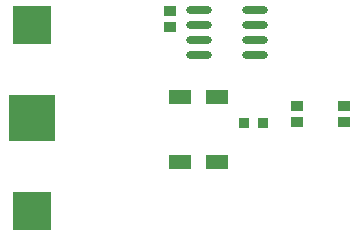
<source format=gbp>
G04*
G04 #@! TF.GenerationSoftware,Altium Limited,Altium Designer,18.1.6 (161)*
G04*
G04 Layer_Color=128*
%FSLAX25Y25*%
%MOIN*%
G70*
G01*
G75*
%ADD17R,0.03347X0.03347*%
%ADD19R,0.03937X0.03543*%
%ADD90O,0.08661X0.02362*%
%ADD91R,0.12520X0.12520*%
%ADD92R,0.15590X0.15590*%
%ADD93R,0.07480X0.05118*%
D17*
X151083Y39961D02*
D03*
X144980D02*
D03*
D19*
X120276Y72118D02*
D03*
Y77433D02*
D03*
X178150Y40453D02*
D03*
Y45768D02*
D03*
X162697Y40453D02*
D03*
Y45768D02*
D03*
D90*
X129748Y62650D02*
D03*
Y67650D02*
D03*
Y72650D02*
D03*
Y77650D02*
D03*
X148646Y62650D02*
D03*
Y67650D02*
D03*
Y72650D02*
D03*
Y77650D02*
D03*
D91*
X74213Y72787D02*
D03*
Y10819D02*
D03*
D92*
Y41803D02*
D03*
D93*
X123425Y27165D02*
D03*
X136024D02*
D03*
Y48819D02*
D03*
X123425D02*
D03*
M02*

</source>
